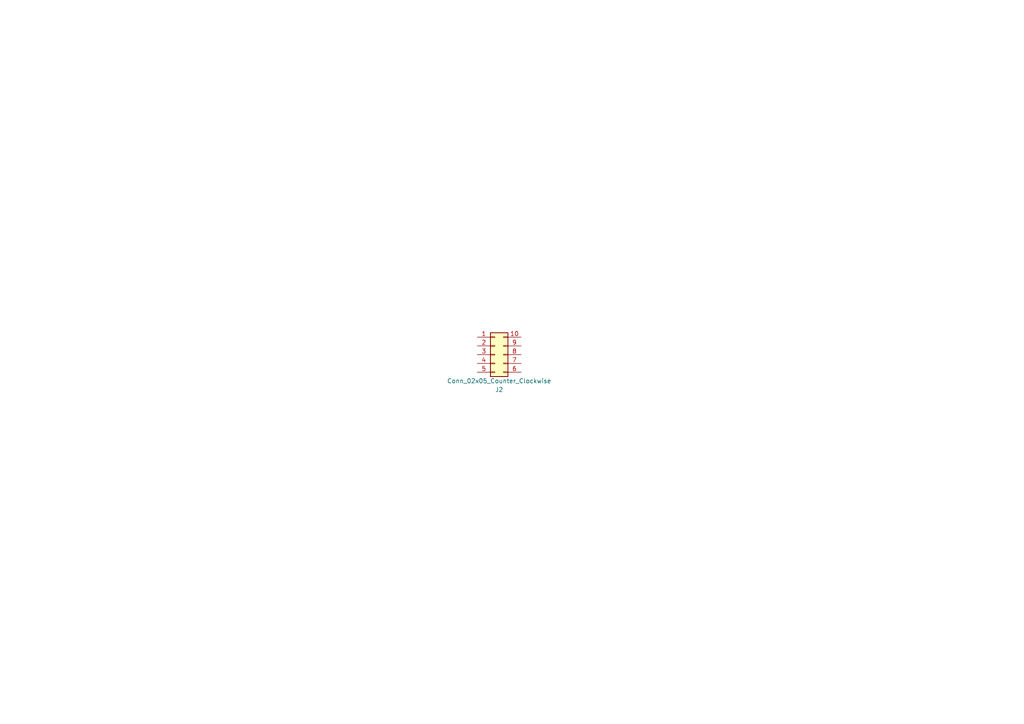
<source format=kicad_sch>
(kicad_sch (version 20231120) (generator "eeschema") (generator_version "8.0")
  (paper "A4")
  (lib_symbols
    (symbol "Connector_Generic:Conn_02x05_Counter_Clockwise" (pin_names (offset 1.016) hide)
      (property "Reference" "J" (at 1.27 7.62 0))
      (property "Value" "Conn_02x05_Counter_Clockwise" (at 1.27 -7.62 0))
      (symbol "Conn_02x05_Counter_Clockwise_1_1"
        (rectangle (start -1.27 -4.953) (end 0 -5.207) (stroke (width 0.1524)))
        (rectangle (start -1.27 -2.413) (end 0 -2.667) (stroke (width 0.1524)))
        (rectangle (start -1.27 0.127) (end 0 -0.127) (stroke (width 0.1524)))
        (rectangle (start -1.27 2.667) (end 0 2.413) (stroke (width 0.1524)))
        (rectangle (start -1.27 5.207) (end 0 4.953) (stroke (width 0.1524)))
        (rectangle (start -1.27 6.35) (end 3.81 -6.35) (stroke (width 0.254)) (fill (type background)))
        (rectangle (start 3.81 -4.953) (end 2.54 -5.207) (stroke (width 0.1524)))
        (rectangle (start 3.81 -2.413) (end 2.54 -2.667) (stroke (width 0.1524)))
        (rectangle (start 3.81 0.127) (end 2.54 -0.127) (stroke (width 0.1524)))
        (rectangle (start 3.81 2.667) (end 2.54 2.413) (stroke (width 0.1524)))
        (rectangle (start 3.81 5.207) (end 2.54 4.953) (stroke (width 0.1524)))
        (pin passive line (at -5.08 5.08 0) (length 3.81) (name "Pin_1") (number "1"))
        (pin passive line (at 7.62 5.08 180) (length 3.81) (name "Pin_10") (number "10"))
        (pin passive line (at -5.08 2.54 0) (length 3.81) (name "Pin_2") (number "2"))
        (pin passive line (at -5.08 0 0) (length 3.81) (name "Pin_3") (number "3"))
        (pin passive line (at -5.08 -2.54 0) (length 3.81) (name "Pin_4") (number "4"))
        (pin passive line (at -5.08 -5.08 0) (length 3.81) (name "Pin_5") (number "5"))
        (pin passive line (at 7.62 -5.08 180) (length 3.81) (name "Pin_6") (number "6"))
        (pin passive line (at 7.62 -2.54 180) (length 3.81) (name "Pin_7") (number "7"))
        (pin passive line (at 7.62 0 180) (length 3.81) (name "Pin_8") (number "8"))
        (pin passive line (at 7.62 2.54 180) (length 3.81) (name "Pin_9") (number "9"))
      )
    )
  )
  (symbol (lib_id "Connector_Generic:Conn_02x05_Counter_Clockwise") (at 143.51 102.87 0) (unit 1)
    (property "Reference" "J2" (at 144.78 113.03 0))
    (property "Value" "Conn_02x05_Counter_Clockwise" (at 144.78 110.49 0))
    (property "Footprint" "Connector:Tag-Connect_TC2050-IDC-NL_2x05_P1.27mm_Vertical" (effects (hide yes)))
  )
)
</source>
